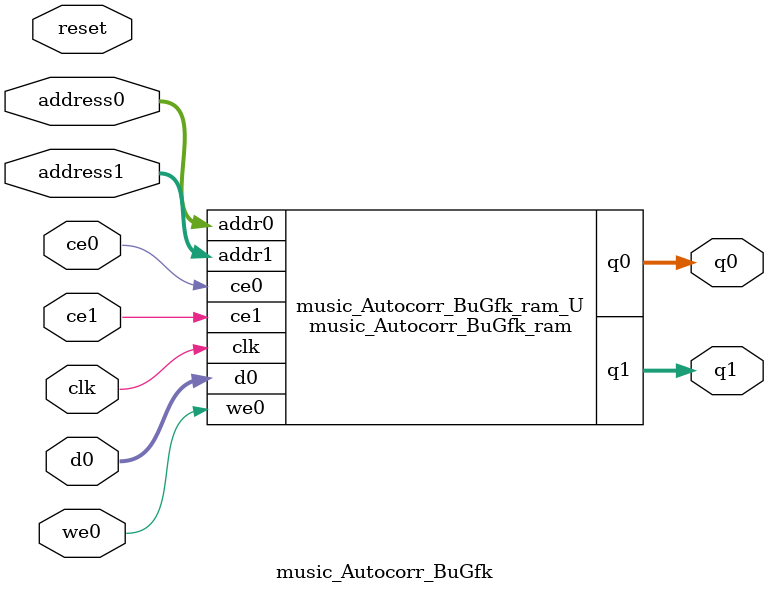
<source format=v>
`timescale 1 ns / 1 ps
module music_Autocorr_BuGfk_ram (addr0, ce0, d0, we0, q0, addr1, ce1, q1,  clk);

parameter DWIDTH = 32;
parameter AWIDTH = 6;
parameter MEM_SIZE = 40;

input[AWIDTH-1:0] addr0;
input ce0;
input[DWIDTH-1:0] d0;
input we0;
output reg[DWIDTH-1:0] q0;
input[AWIDTH-1:0] addr1;
input ce1;
output reg[DWIDTH-1:0] q1;
input clk;

(* ram_style = "block" *)reg [DWIDTH-1:0] ram[0:MEM_SIZE-1];




always @(posedge clk)  
begin 
    if (ce0) 
    begin
        if (we0) 
        begin 
            ram[addr0] <= d0; 
        end 
        q0 <= ram[addr0];
    end
end


always @(posedge clk)  
begin 
    if (ce1) 
    begin
        q1 <= ram[addr1];
    end
end


endmodule

`timescale 1 ns / 1 ps
module music_Autocorr_BuGfk(
    reset,
    clk,
    address0,
    ce0,
    we0,
    d0,
    q0,
    address1,
    ce1,
    q1);

parameter DataWidth = 32'd32;
parameter AddressRange = 32'd40;
parameter AddressWidth = 32'd6;
input reset;
input clk;
input[AddressWidth - 1:0] address0;
input ce0;
input we0;
input[DataWidth - 1:0] d0;
output[DataWidth - 1:0] q0;
input[AddressWidth - 1:0] address1;
input ce1;
output[DataWidth - 1:0] q1;



music_Autocorr_BuGfk_ram music_Autocorr_BuGfk_ram_U(
    .clk( clk ),
    .addr0( address0 ),
    .ce0( ce0 ),
    .we0( we0 ),
    .d0( d0 ),
    .q0( q0 ),
    .addr1( address1 ),
    .ce1( ce1 ),
    .q1( q1 ));

endmodule


</source>
